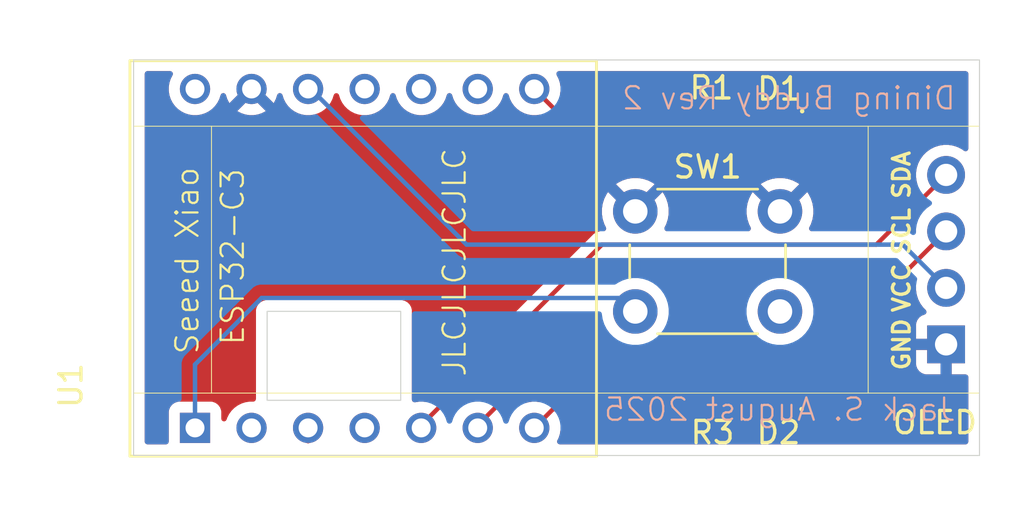
<source format=kicad_pcb>
(kicad_pcb (version 20241229) (generator "pcbnew") (generator_version "9.0")
  (layers (0 "F.Cu" signal) (2 "B.Cu" signal) (13 "F.Paste" user) (15 "B.Paste" user) (5 "F.SilkS" user "F.Silkscreen") (7 "B.SilkS" user "B.Silkscreen") (1 "F.Mask" user) (3 "B.Mask" user) (25 "Edge.Cuts" user))
  (net 0 "")
  (net 1 "Net-(U1-GPIO2)")
  (net 2 "GND")
  (net 3 "+3.3V")
  (net 4 "Net-(U1-GPIO3)")
  (net 5 "Net-(U1-CHIP_EN)")
  (net 9 "Net-(D1-A)")
  (net 10 "Net-(D2-A)")
  (net 11 "Net-(U1-VDD3P3-Pad2)")
  (net 12 "Net-(U1-LNA_IN)")
  (net 14 "Net-(U1-XTAL_32K_N)")
  (footprint "personalmodules:MODULE_113991054" (layer "F.Cu") (at 94.3165 58.62 90)
    (property "Reference" "U1" (at -5.715 -13.135 90) (layer "F.SilkS"))
    (property "Value" "ESP32-C3")
    (fp_line (start 8.89 -10.4775) (end 8.89 10.4775) (stroke (width 0.127)) (layer "F.SilkS"))
    (fp_line (start -8.89 -10.4775) (end 8.89 -10.4775) (stroke (width 0.127)) (layer "F.SilkS"))
    (fp_line (start 8.89 10.4775) (end -8.89 10.4775) (stroke (width 0.127)) (layer "F.SilkS"))
    (fp_line (start -8.89 10.4775) (end -8.89 -10.4775) (stroke (width 0.127)) (layer "F.SilkS"))
    (pad "1" thru_hole rect (at -7.62 -7.5565 90) (size 1.358 1.358) (drill 0.85) (layers "*.Cu" "*.Mask") (net 12 "Net-(U1-LNA_IN)"))
    (pad "2" thru_hole circle (at -7.62 -5.0165 90) (size 1.358 1.358) (drill 0.85) (layers "*.Cu" "*.Mask") (net 11 "Net-(U1-VDD3P3-Pad2)"))
    (pad "3" thru_hole circle (at -7.62 -2.4765 90) (size 1.358 1.358) (drill 0.85) (layers "*.Cu" "*.Mask") (net 11 "Net-(U1-VDD3P3-Pad2)"))
    (pad "4" thru_hole circle (at -7.62 0.0635 90) (size 1.358 1.358) (drill 0.85) (layers "*.Cu" "*.Mask"))
    (pad "5" thru_hole circle (at -7.62 2.6035 90) (size 1.358 1.358) (drill 0.85) (layers "*.Cu" "*.Mask") (net 14 "Net-(U1-XTAL_32K_N)"))
    (pad "6" thru_hole circle (at -7.62 5.1435 90) (size 1.358 1.358) (drill 0.85) (layers "*.Cu" "*.Mask") (net 1 "Net-(U1-GPIO2)"))
    (pad "7" thru_hole circle (at -7.62 7.6835 90) (size 1.358 1.358) (drill 0.85) (layers "*.Cu" "*.Mask") (net 5 "Net-(U1-CHIP_EN)"))
    (pad "8" thru_hole circle (at 7.62 7.6835 90) (size 1.358 1.358) (drill 0.85) (layers "*.Cu" "*.Mask") (net 4 "Net-(U1-GPIO3)"))
    (pad "9" thru_hole circle (at 7.62 5.1435 90) (size 1.358 1.358) (drill 0.85) (layers "*.Cu" "*.Mask"))
    (pad "10" thru_hole circle (at 7.62 2.6035 90) (size 1.358 1.358) (drill 0.85) (layers "*.Cu" "*.Mask"))
    (pad "11" thru_hole circle (at 7.62 0.0635 90) (size 1.358 1.358) (drill 0.85) (layers "*.Cu" "*.Mask"))
    (pad "12" thru_hole circle (at 7.62 -2.4765 90) (size 1.358 1.358) (drill 0.85) (layers "*.Cu" "*.Mask") (net 3 "+3.3V"))
    (pad "13" thru_hole circle (at 7.62 -5.0165 90) (size 1.358 1.358) (drill 0.85) (layers "*.Cu" "*.Mask") (net 2 "GND"))
    (pad "14" thru_hole circle (at 7.62 -7.5565 90) (size 1.358 1.358) (drill 0.85) (layers "*.Cu" "*.Mask"))
  )
  (footprint "LED_SMD:LED_0201_0603Metric_Pad0.64x0.40mm_HandSolder" (layer "F.Cu") (at 113 52 180)
    (property "Reference" "D1" (at 0 1 0) (layer "F.SilkS"))
    (property "Value" "LED")
    (fp_circle (center -1.035 0) (end -0.985 0) (stroke (width 0.1)) (fill no) (layer "F.SilkS"))
    (pad "1" smd roundrect (at -0.4075 0 180) (size 0.635 0.4) (layers "F.Cu" "F.Mask") (net 2 "GND"))
    (pad "2" smd roundrect (at 0.4075 0 180) (size 0.635 0.4) (layers "F.Cu" "F.Mask") (net 9 "Net-(D1-A)"))
  )
  (footprint "LED_SMD:LED_0201_0603Metric_Pad0.64x0.40mm_HandSolder" (layer "F.Cu") (at 112.97166 65.397327 180)
    (property "Reference" "D2" (at 0 -1.05 0) (layer "F.SilkS"))
    (property "Value" "LED")
    (fp_circle (center -1.035 0) (end -0.985 0) (stroke (width 0.1)) (fill no) (layer "F.SilkS"))
    (pad "1" smd roundrect (at -0.4075 0 180) (size 0.635 0.4) (layers "F.Cu" "F.Mask") (net 2 "GND"))
    (pad "2" smd roundrect (at 0.4075 0 180) (size 0.635 0.4) (layers "F.Cu" "F.Mask") (net 10 "Net-(D2-A)"))
  )
  (footprint "Resistor_SMD:R_0201_0603Metric_Pad0.64x0.40mm_HandSolder" (layer "F.Cu") (at 109.96 52)
    (property "Reference" "R1" (at 0 -1.05 0) (layer "F.SilkS"))
    (property "Value" "220")
    (pad "1" smd roundrect (at -0.4075 0) (size 0.635 0.4) (layers "F.Cu" "F.Mask") (net 4 "Net-(U1-GPIO3)"))
    (pad "2" smd roundrect (at 0.4075 0) (size 0.635 0.4) (layers "F.Cu" "F.Mask") (net 9 "Net-(D1-A)"))
  )
  (footprint "personalmodules:SSD1306-0.91-OLED-4pin-128x32 (REVERSED)" (layer "F.Cu") (at 84 52.675)
    (property "Reference" "U2" (hide yes))
    (property "Value" "~")
    (fp_line (start 0 0) (end 0 12) (stroke (width 0.04)) (layer "F.SilkS"))
    (fp_line (start 0 12) (end 38 12) (stroke (width 0.04)) (layer "F.SilkS"))
    (fp_line (start 3.5 0) (end 3.5 12) (stroke (width 0.04)) (layer "F.SilkS"))
    (fp_line (start 33 0) (end 33 12) (stroke (width 0.04)) (layer "F.SilkS"))
    (fp_line (start 38 0) (end 0 0) (stroke (width 0.04)) (layer "F.SilkS"))
    (fp_line (start 38 12) (end 38 0) (stroke (width 0.04)) (layer "F.SilkS"))
    (fp_text user "GND" (at 34.5 9.81 270) (layer "F.SilkS") (effects (font (size 0.75 0.75))))
    (fp_text user "VCC" (at 34.5 7.27 270) (layer "F.SilkS") (effects (font (size 0.75 0.75))))
    (fp_text user "SCL" (at 34.5 4.73 270) (layer "F.SilkS") (effects (font (size 0.75 0.75))))
    (fp_text user "SDA" (at 34.5 2.19 270) (layer "F.SilkS") (effects (font (size 0.75 0.75))))
    (fp_text user "OLED" (at 36 13.325 0) (layer "F.SilkS"))
    (pad "1" thru_hole rect (at 36.5 9.81) (size 1.7 1.7) (drill 1) (layers "*.Cu" "*.Mask") (net 2 "GND"))
    (pad "2" thru_hole oval (at 36.5 7.27) (size 1.7 1.7) (drill 1) (layers "*.Cu" "*.Mask") (net 3 "+3.3V"))
    (pad "3" thru_hole oval (at 36.5 4.73) (size 1.7 1.7) (drill 1) (layers "*.Cu" "*.Mask") (net 1 "Net-(U1-GPIO2)"))
    (pad "4" thru_hole oval (at 36.5 2.19) (size 1.7 1.7) (drill 1) (layers "*.Cu" "*.Mask") (net 14 "Net-(U1-XTAL_32K_N)"))
  )
  (footprint "Button_Switch_THT:SW_PUSH_6mm" (layer "F.Cu") (at 106.537449 56.50535)
    (property "Reference" "SW1" (at 3.25 -2 0) (layer "F.SilkS"))
    (property "Value" "SW_Push")
    (fp_line (start -0.25 1.5) (end -0.25 3) (stroke (width 0.12)) (layer "F.SilkS"))
    (fp_line (start 1 5.5) (end 5.5 5.5) (stroke (width 0.12)) (layer "F.SilkS"))
    (fp_line (start 5.5 -1) (end 1 -1) (stroke (width 0.12)) (layer "F.SilkS"))
    (fp_line (start 6.75 3) (end 6.75 1.5) (stroke (width 0.12)) (layer "F.SilkS"))
    (pad "1" thru_hole circle (at 0 0 90) (size 2 2) (drill 1.1) (layers "*.Cu" "*.Mask") (net 2 "GND"))
    (pad "1" thru_hole circle (at 6.5 0 90) (size 2 2) (drill 1.1) (layers "*.Cu" "*.Mask") (net 2 "GND"))
    (pad "2" thru_hole circle (at 0 4.5 90) (size 2 2) (drill 1.1) (layers "*.Cu" "*.Mask") (net 12 "Net-(U1-LNA_IN)"))
    (pad "2" thru_hole circle (at 6.5 4.5 90) (size 2 2) (drill 1.1) (layers "*.Cu" "*.Mask") (net 12 "Net-(U1-LNA_IN)"))
  )
  (footprint "Resistor_SMD:R_0201_0603Metric_Pad0.64x0.40mm_HandSolder" (layer "F.Cu") (at 110.006971 65.397327 180)
    (property "Reference" "R3" (at 0 -1.05 0) (layer "F.SilkS"))
    (property "Value" "220")
    (pad "1" smd roundrect (at -0.4075 0 180) (size 0.635 0.4) (layers "F.Cu" "F.Mask") (net 10 "Net-(D2-A)"))
    (pad "2" smd roundrect (at 0.4075 0 180) (size 0.635 0.4) (layers "F.Cu" "F.Mask") (net 5 "Net-(U1-CHIP_EN)"))
  )
  (gr_rect (start 90 61) (end 96 65) (stroke (width 0.05)) (fill no) (layer "Edge.Cuts"))
  (gr_rect (start 84 49.695679) (end 122 67.481882) (stroke (width 0.05)) (fill no) (layer "Edge.Cuts"))
  (gr_text "JLCJLCJLCJLC" (at 99 64 90) (layer "F.SilkS") (effects (font (size 1 1) (thickness 0.1)) (justify left bottom)))
  (gr_text "ESP32-C3" (at 89.035171 62.586518 90) (layer "F.SilkS") (effects (font (size 1 1) (thickness 0.1)) (justify left bottom)))
  (gr_text "Seeed Xiao" (at 87 63 90) (layer "F.SilkS") (effects (font (size 1 1) (thickness 0.1)) (justify left bottom)))
  (gr_text "Jack S. August 2025" (at 121 66 0) (layer "B.SilkS") (effects (font (size 1 1) (thickness 0.1)) (justify left bottom mirror)))
  (gr_text "Dining Buddy Rev 2" (at 121 52 0) (layer "B.SilkS") (effects (font (size 1 1) (thickness 0.1)) (justify left bottom mirror)))
  (segment (start 102.58 63) (end 115 63) (width 0.2) (layer "F.Cu") (net 1))
  (segment (start 115 62.905) (end 120.5 57.405) (width 0.2) (layer "F.Cu") (net 1))
  (segment (start 115 63) (end 115 62.905) (width 0.2) (layer "F.Cu") (net 1))
  (segment (start 99.46 66.12) (end 102.58 63) (width 0.2) (layer "F.Cu") (net 1))
  (segment (start 113.211 52) (end 113.4075 52) (width 0.2) (layer "F.Cu") (net 2))
  (segment (start 120.5 59.945) (end 118.555 58) (width 0.2) (layer "B.Cu") (net 3))
  (segment (start 98.96 58) (end 91.84 50.88) (width 0.2) (layer "B.Cu") (net 3))
  (segment (start 118.555 58) (end 98.96 58) (width 0.2) (layer "B.Cu") (net 3))
  (segment (start 103 52) (end 102 51) (width 0.2) (layer "F.Cu") (net 4))
  (segment (start 109.5525 52) (end 103 52) (width 0.2) (layer "F.Cu") (net 4))
  (segment (start 102.842673 65.397327) (end 102 66.24) (width 0.2) (layer "F.Cu") (net 5))
  (segment (start 109.599471 65.397327) (end 102.842673 65.397327) (width 0.2) (layer "F.Cu") (net 5))
  (segment (start 112.5925 52) (end 110.3675 52) (width 0.2) (layer "F.Cu") (net 9))
  (segment (start 112.56416 65.397327) (end 110.33916 65.397327) (width 0.2) (layer "F.Cu") (net 10))
  (segment (start 91.84 66.84) (end 91.84 66.12) (width 0.2) (layer "F.Cu") (net 11))
  (segment (start 89.751058 60.399) (end 105.931099 60.399) (width 0.2) (layer "B.Cu") (net 12))
  (segment (start 86.76 63.390058) (end 89.751058 60.399) (width 0.2) (layer "B.Cu") (net 12))
  (segment (start 105.931099 60.399) (end 106.537449 61.00535) (width 0.2) (layer "B.Cu") (net 12))
  (segment (start 86.76 66.24) (end 86.76 63.390058) (width 0.2) (layer "B.Cu") (net 12))
  (segment (start 117.365 58) (end 120.5 54.865) (width 0.2) (layer "F.Cu") (net 14))
  (segment (start 105.04 58) (end 117.365 58) (width 0.2) (layer "F.Cu") (net 14))
  (segment (start 96.92 66.12) (end 105.04 58) (width 0.2) (layer "F.Cu") (net 14))
  (zone (net 2) (net_name "GND") (layers "F.Cu" "B.Cu") (connect_pads (clearance 0.5)) (min_thickness 0.25) (fill yes (thermal_gap 0.5) (thermal_bridge_width 0.5))
    (polygon (pts (xy 78 47) (xy 78 70) (xy 124 70) (xy 124 47)))
  )
)
</source>
